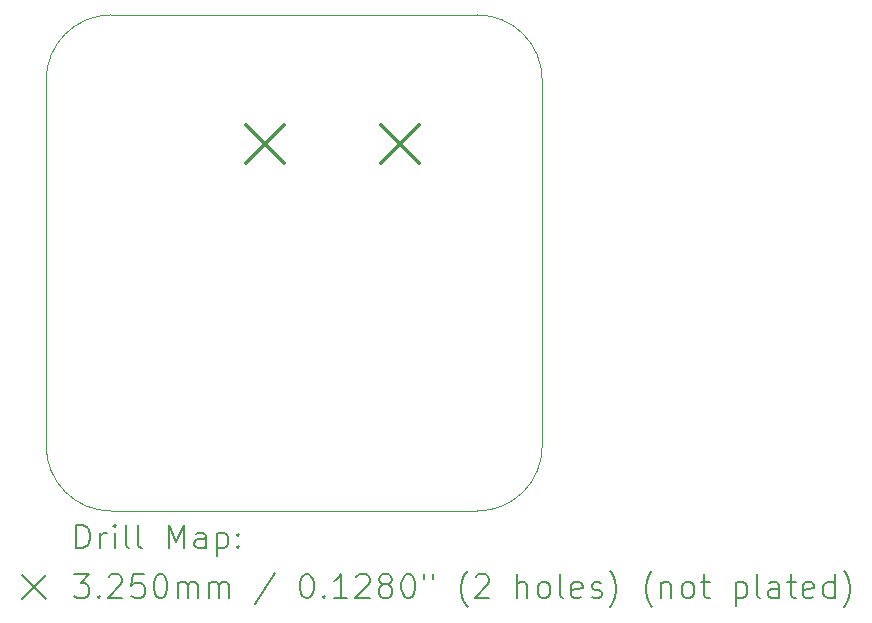
<source format=gbr>
%TF.GenerationSoftware,KiCad,Pcbnew,8.0.3*%
%TF.CreationDate,2024-11-11T17:41:10-05:00*%
%TF.ProjectId,Ethernet HAT,45746865-726e-4657-9420-4841542e6b69,rev?*%
%TF.SameCoordinates,Original*%
%TF.FileFunction,Drillmap*%
%TF.FilePolarity,Positive*%
%FSLAX45Y45*%
G04 Gerber Fmt 4.5, Leading zero omitted, Abs format (unit mm)*
G04 Created by KiCad (PCBNEW 8.0.3) date 2024-11-11 17:41:10*
%MOMM*%
%LPD*%
G01*
G04 APERTURE LIST*
%ADD10C,0.100000*%
%ADD11C,0.200000*%
%ADD12C,0.325000*%
G04 APERTURE END LIST*
D10*
X16550000Y-7900000D02*
G75*
G02*
X17100000Y-8450000I0J-550000D01*
G01*
X13450000Y-12100000D02*
G75*
G02*
X12900000Y-11550000I0J550000D01*
G01*
X12900000Y-11550000D02*
X12900000Y-8450000D01*
X17100000Y-11550000D02*
G75*
G02*
X16550000Y-12100000I-550000J0D01*
G01*
X13450000Y-7900000D02*
X16550000Y-7900000D01*
X17100000Y-8450000D02*
X17100000Y-11550000D01*
X12900000Y-8450000D02*
G75*
G02*
X13450000Y-7900000I550000J0D01*
G01*
X16550000Y-12100000D02*
X13450000Y-12100000D01*
D11*
D12*
X14588500Y-8832500D02*
X14913500Y-9157500D01*
X14913500Y-8832500D02*
X14588500Y-9157500D01*
X15731500Y-8832500D02*
X16056500Y-9157500D01*
X16056500Y-8832500D02*
X15731500Y-9157500D01*
D11*
X13155777Y-12416484D02*
X13155777Y-12216484D01*
X13155777Y-12216484D02*
X13203396Y-12216484D01*
X13203396Y-12216484D02*
X13231967Y-12226008D01*
X13231967Y-12226008D02*
X13251015Y-12245055D01*
X13251015Y-12245055D02*
X13260539Y-12264103D01*
X13260539Y-12264103D02*
X13270062Y-12302198D01*
X13270062Y-12302198D02*
X13270062Y-12330769D01*
X13270062Y-12330769D02*
X13260539Y-12368865D01*
X13260539Y-12368865D02*
X13251015Y-12387912D01*
X13251015Y-12387912D02*
X13231967Y-12406960D01*
X13231967Y-12406960D02*
X13203396Y-12416484D01*
X13203396Y-12416484D02*
X13155777Y-12416484D01*
X13355777Y-12416484D02*
X13355777Y-12283150D01*
X13355777Y-12321246D02*
X13365301Y-12302198D01*
X13365301Y-12302198D02*
X13374824Y-12292674D01*
X13374824Y-12292674D02*
X13393872Y-12283150D01*
X13393872Y-12283150D02*
X13412920Y-12283150D01*
X13479586Y-12416484D02*
X13479586Y-12283150D01*
X13479586Y-12216484D02*
X13470062Y-12226008D01*
X13470062Y-12226008D02*
X13479586Y-12235531D01*
X13479586Y-12235531D02*
X13489110Y-12226008D01*
X13489110Y-12226008D02*
X13479586Y-12216484D01*
X13479586Y-12216484D02*
X13479586Y-12235531D01*
X13603396Y-12416484D02*
X13584348Y-12406960D01*
X13584348Y-12406960D02*
X13574824Y-12387912D01*
X13574824Y-12387912D02*
X13574824Y-12216484D01*
X13708158Y-12416484D02*
X13689110Y-12406960D01*
X13689110Y-12406960D02*
X13679586Y-12387912D01*
X13679586Y-12387912D02*
X13679586Y-12216484D01*
X13936729Y-12416484D02*
X13936729Y-12216484D01*
X13936729Y-12216484D02*
X14003396Y-12359341D01*
X14003396Y-12359341D02*
X14070062Y-12216484D01*
X14070062Y-12216484D02*
X14070062Y-12416484D01*
X14251015Y-12416484D02*
X14251015Y-12311722D01*
X14251015Y-12311722D02*
X14241491Y-12292674D01*
X14241491Y-12292674D02*
X14222443Y-12283150D01*
X14222443Y-12283150D02*
X14184348Y-12283150D01*
X14184348Y-12283150D02*
X14165301Y-12292674D01*
X14251015Y-12406960D02*
X14231967Y-12416484D01*
X14231967Y-12416484D02*
X14184348Y-12416484D01*
X14184348Y-12416484D02*
X14165301Y-12406960D01*
X14165301Y-12406960D02*
X14155777Y-12387912D01*
X14155777Y-12387912D02*
X14155777Y-12368865D01*
X14155777Y-12368865D02*
X14165301Y-12349817D01*
X14165301Y-12349817D02*
X14184348Y-12340293D01*
X14184348Y-12340293D02*
X14231967Y-12340293D01*
X14231967Y-12340293D02*
X14251015Y-12330769D01*
X14346253Y-12283150D02*
X14346253Y-12483150D01*
X14346253Y-12292674D02*
X14365301Y-12283150D01*
X14365301Y-12283150D02*
X14403396Y-12283150D01*
X14403396Y-12283150D02*
X14422443Y-12292674D01*
X14422443Y-12292674D02*
X14431967Y-12302198D01*
X14431967Y-12302198D02*
X14441491Y-12321246D01*
X14441491Y-12321246D02*
X14441491Y-12378388D01*
X14441491Y-12378388D02*
X14431967Y-12397436D01*
X14431967Y-12397436D02*
X14422443Y-12406960D01*
X14422443Y-12406960D02*
X14403396Y-12416484D01*
X14403396Y-12416484D02*
X14365301Y-12416484D01*
X14365301Y-12416484D02*
X14346253Y-12406960D01*
X14527205Y-12397436D02*
X14536729Y-12406960D01*
X14536729Y-12406960D02*
X14527205Y-12416484D01*
X14527205Y-12416484D02*
X14517682Y-12406960D01*
X14517682Y-12406960D02*
X14527205Y-12397436D01*
X14527205Y-12397436D02*
X14527205Y-12416484D01*
X14527205Y-12292674D02*
X14536729Y-12302198D01*
X14536729Y-12302198D02*
X14527205Y-12311722D01*
X14527205Y-12311722D02*
X14517682Y-12302198D01*
X14517682Y-12302198D02*
X14527205Y-12292674D01*
X14527205Y-12292674D02*
X14527205Y-12311722D01*
X12695000Y-12645000D02*
X12895000Y-12845000D01*
X12895000Y-12645000D02*
X12695000Y-12845000D01*
X13136729Y-12636484D02*
X13260539Y-12636484D01*
X13260539Y-12636484D02*
X13193872Y-12712674D01*
X13193872Y-12712674D02*
X13222443Y-12712674D01*
X13222443Y-12712674D02*
X13241491Y-12722198D01*
X13241491Y-12722198D02*
X13251015Y-12731722D01*
X13251015Y-12731722D02*
X13260539Y-12750769D01*
X13260539Y-12750769D02*
X13260539Y-12798388D01*
X13260539Y-12798388D02*
X13251015Y-12817436D01*
X13251015Y-12817436D02*
X13241491Y-12826960D01*
X13241491Y-12826960D02*
X13222443Y-12836484D01*
X13222443Y-12836484D02*
X13165301Y-12836484D01*
X13165301Y-12836484D02*
X13146253Y-12826960D01*
X13146253Y-12826960D02*
X13136729Y-12817436D01*
X13346253Y-12817436D02*
X13355777Y-12826960D01*
X13355777Y-12826960D02*
X13346253Y-12836484D01*
X13346253Y-12836484D02*
X13336729Y-12826960D01*
X13336729Y-12826960D02*
X13346253Y-12817436D01*
X13346253Y-12817436D02*
X13346253Y-12836484D01*
X13431967Y-12655531D02*
X13441491Y-12646008D01*
X13441491Y-12646008D02*
X13460539Y-12636484D01*
X13460539Y-12636484D02*
X13508158Y-12636484D01*
X13508158Y-12636484D02*
X13527205Y-12646008D01*
X13527205Y-12646008D02*
X13536729Y-12655531D01*
X13536729Y-12655531D02*
X13546253Y-12674579D01*
X13546253Y-12674579D02*
X13546253Y-12693627D01*
X13546253Y-12693627D02*
X13536729Y-12722198D01*
X13536729Y-12722198D02*
X13422443Y-12836484D01*
X13422443Y-12836484D02*
X13546253Y-12836484D01*
X13727205Y-12636484D02*
X13631967Y-12636484D01*
X13631967Y-12636484D02*
X13622443Y-12731722D01*
X13622443Y-12731722D02*
X13631967Y-12722198D01*
X13631967Y-12722198D02*
X13651015Y-12712674D01*
X13651015Y-12712674D02*
X13698634Y-12712674D01*
X13698634Y-12712674D02*
X13717682Y-12722198D01*
X13717682Y-12722198D02*
X13727205Y-12731722D01*
X13727205Y-12731722D02*
X13736729Y-12750769D01*
X13736729Y-12750769D02*
X13736729Y-12798388D01*
X13736729Y-12798388D02*
X13727205Y-12817436D01*
X13727205Y-12817436D02*
X13717682Y-12826960D01*
X13717682Y-12826960D02*
X13698634Y-12836484D01*
X13698634Y-12836484D02*
X13651015Y-12836484D01*
X13651015Y-12836484D02*
X13631967Y-12826960D01*
X13631967Y-12826960D02*
X13622443Y-12817436D01*
X13860539Y-12636484D02*
X13879586Y-12636484D01*
X13879586Y-12636484D02*
X13898634Y-12646008D01*
X13898634Y-12646008D02*
X13908158Y-12655531D01*
X13908158Y-12655531D02*
X13917682Y-12674579D01*
X13917682Y-12674579D02*
X13927205Y-12712674D01*
X13927205Y-12712674D02*
X13927205Y-12760293D01*
X13927205Y-12760293D02*
X13917682Y-12798388D01*
X13917682Y-12798388D02*
X13908158Y-12817436D01*
X13908158Y-12817436D02*
X13898634Y-12826960D01*
X13898634Y-12826960D02*
X13879586Y-12836484D01*
X13879586Y-12836484D02*
X13860539Y-12836484D01*
X13860539Y-12836484D02*
X13841491Y-12826960D01*
X13841491Y-12826960D02*
X13831967Y-12817436D01*
X13831967Y-12817436D02*
X13822443Y-12798388D01*
X13822443Y-12798388D02*
X13812920Y-12760293D01*
X13812920Y-12760293D02*
X13812920Y-12712674D01*
X13812920Y-12712674D02*
X13822443Y-12674579D01*
X13822443Y-12674579D02*
X13831967Y-12655531D01*
X13831967Y-12655531D02*
X13841491Y-12646008D01*
X13841491Y-12646008D02*
X13860539Y-12636484D01*
X14012920Y-12836484D02*
X14012920Y-12703150D01*
X14012920Y-12722198D02*
X14022443Y-12712674D01*
X14022443Y-12712674D02*
X14041491Y-12703150D01*
X14041491Y-12703150D02*
X14070063Y-12703150D01*
X14070063Y-12703150D02*
X14089110Y-12712674D01*
X14089110Y-12712674D02*
X14098634Y-12731722D01*
X14098634Y-12731722D02*
X14098634Y-12836484D01*
X14098634Y-12731722D02*
X14108158Y-12712674D01*
X14108158Y-12712674D02*
X14127205Y-12703150D01*
X14127205Y-12703150D02*
X14155777Y-12703150D01*
X14155777Y-12703150D02*
X14174824Y-12712674D01*
X14174824Y-12712674D02*
X14184348Y-12731722D01*
X14184348Y-12731722D02*
X14184348Y-12836484D01*
X14279586Y-12836484D02*
X14279586Y-12703150D01*
X14279586Y-12722198D02*
X14289110Y-12712674D01*
X14289110Y-12712674D02*
X14308158Y-12703150D01*
X14308158Y-12703150D02*
X14336729Y-12703150D01*
X14336729Y-12703150D02*
X14355777Y-12712674D01*
X14355777Y-12712674D02*
X14365301Y-12731722D01*
X14365301Y-12731722D02*
X14365301Y-12836484D01*
X14365301Y-12731722D02*
X14374824Y-12712674D01*
X14374824Y-12712674D02*
X14393872Y-12703150D01*
X14393872Y-12703150D02*
X14422443Y-12703150D01*
X14422443Y-12703150D02*
X14441491Y-12712674D01*
X14441491Y-12712674D02*
X14451015Y-12731722D01*
X14451015Y-12731722D02*
X14451015Y-12836484D01*
X14841491Y-12626960D02*
X14670063Y-12884103D01*
X15098634Y-12636484D02*
X15117682Y-12636484D01*
X15117682Y-12636484D02*
X15136729Y-12646008D01*
X15136729Y-12646008D02*
X15146253Y-12655531D01*
X15146253Y-12655531D02*
X15155777Y-12674579D01*
X15155777Y-12674579D02*
X15165301Y-12712674D01*
X15165301Y-12712674D02*
X15165301Y-12760293D01*
X15165301Y-12760293D02*
X15155777Y-12798388D01*
X15155777Y-12798388D02*
X15146253Y-12817436D01*
X15146253Y-12817436D02*
X15136729Y-12826960D01*
X15136729Y-12826960D02*
X15117682Y-12836484D01*
X15117682Y-12836484D02*
X15098634Y-12836484D01*
X15098634Y-12836484D02*
X15079586Y-12826960D01*
X15079586Y-12826960D02*
X15070063Y-12817436D01*
X15070063Y-12817436D02*
X15060539Y-12798388D01*
X15060539Y-12798388D02*
X15051015Y-12760293D01*
X15051015Y-12760293D02*
X15051015Y-12712674D01*
X15051015Y-12712674D02*
X15060539Y-12674579D01*
X15060539Y-12674579D02*
X15070063Y-12655531D01*
X15070063Y-12655531D02*
X15079586Y-12646008D01*
X15079586Y-12646008D02*
X15098634Y-12636484D01*
X15251015Y-12817436D02*
X15260539Y-12826960D01*
X15260539Y-12826960D02*
X15251015Y-12836484D01*
X15251015Y-12836484D02*
X15241491Y-12826960D01*
X15241491Y-12826960D02*
X15251015Y-12817436D01*
X15251015Y-12817436D02*
X15251015Y-12836484D01*
X15451015Y-12836484D02*
X15336729Y-12836484D01*
X15393872Y-12836484D02*
X15393872Y-12636484D01*
X15393872Y-12636484D02*
X15374825Y-12665055D01*
X15374825Y-12665055D02*
X15355777Y-12684103D01*
X15355777Y-12684103D02*
X15336729Y-12693627D01*
X15527206Y-12655531D02*
X15536729Y-12646008D01*
X15536729Y-12646008D02*
X15555777Y-12636484D01*
X15555777Y-12636484D02*
X15603396Y-12636484D01*
X15603396Y-12636484D02*
X15622444Y-12646008D01*
X15622444Y-12646008D02*
X15631967Y-12655531D01*
X15631967Y-12655531D02*
X15641491Y-12674579D01*
X15641491Y-12674579D02*
X15641491Y-12693627D01*
X15641491Y-12693627D02*
X15631967Y-12722198D01*
X15631967Y-12722198D02*
X15517682Y-12836484D01*
X15517682Y-12836484D02*
X15641491Y-12836484D01*
X15755777Y-12722198D02*
X15736729Y-12712674D01*
X15736729Y-12712674D02*
X15727206Y-12703150D01*
X15727206Y-12703150D02*
X15717682Y-12684103D01*
X15717682Y-12684103D02*
X15717682Y-12674579D01*
X15717682Y-12674579D02*
X15727206Y-12655531D01*
X15727206Y-12655531D02*
X15736729Y-12646008D01*
X15736729Y-12646008D02*
X15755777Y-12636484D01*
X15755777Y-12636484D02*
X15793872Y-12636484D01*
X15793872Y-12636484D02*
X15812920Y-12646008D01*
X15812920Y-12646008D02*
X15822444Y-12655531D01*
X15822444Y-12655531D02*
X15831967Y-12674579D01*
X15831967Y-12674579D02*
X15831967Y-12684103D01*
X15831967Y-12684103D02*
X15822444Y-12703150D01*
X15822444Y-12703150D02*
X15812920Y-12712674D01*
X15812920Y-12712674D02*
X15793872Y-12722198D01*
X15793872Y-12722198D02*
X15755777Y-12722198D01*
X15755777Y-12722198D02*
X15736729Y-12731722D01*
X15736729Y-12731722D02*
X15727206Y-12741246D01*
X15727206Y-12741246D02*
X15717682Y-12760293D01*
X15717682Y-12760293D02*
X15717682Y-12798388D01*
X15717682Y-12798388D02*
X15727206Y-12817436D01*
X15727206Y-12817436D02*
X15736729Y-12826960D01*
X15736729Y-12826960D02*
X15755777Y-12836484D01*
X15755777Y-12836484D02*
X15793872Y-12836484D01*
X15793872Y-12836484D02*
X15812920Y-12826960D01*
X15812920Y-12826960D02*
X15822444Y-12817436D01*
X15822444Y-12817436D02*
X15831967Y-12798388D01*
X15831967Y-12798388D02*
X15831967Y-12760293D01*
X15831967Y-12760293D02*
X15822444Y-12741246D01*
X15822444Y-12741246D02*
X15812920Y-12731722D01*
X15812920Y-12731722D02*
X15793872Y-12722198D01*
X15955777Y-12636484D02*
X15974825Y-12636484D01*
X15974825Y-12636484D02*
X15993872Y-12646008D01*
X15993872Y-12646008D02*
X16003396Y-12655531D01*
X16003396Y-12655531D02*
X16012920Y-12674579D01*
X16012920Y-12674579D02*
X16022444Y-12712674D01*
X16022444Y-12712674D02*
X16022444Y-12760293D01*
X16022444Y-12760293D02*
X16012920Y-12798388D01*
X16012920Y-12798388D02*
X16003396Y-12817436D01*
X16003396Y-12817436D02*
X15993872Y-12826960D01*
X15993872Y-12826960D02*
X15974825Y-12836484D01*
X15974825Y-12836484D02*
X15955777Y-12836484D01*
X15955777Y-12836484D02*
X15936729Y-12826960D01*
X15936729Y-12826960D02*
X15927206Y-12817436D01*
X15927206Y-12817436D02*
X15917682Y-12798388D01*
X15917682Y-12798388D02*
X15908158Y-12760293D01*
X15908158Y-12760293D02*
X15908158Y-12712674D01*
X15908158Y-12712674D02*
X15917682Y-12674579D01*
X15917682Y-12674579D02*
X15927206Y-12655531D01*
X15927206Y-12655531D02*
X15936729Y-12646008D01*
X15936729Y-12646008D02*
X15955777Y-12636484D01*
X16098634Y-12636484D02*
X16098634Y-12674579D01*
X16174825Y-12636484D02*
X16174825Y-12674579D01*
X16470063Y-12912674D02*
X16460539Y-12903150D01*
X16460539Y-12903150D02*
X16441491Y-12874579D01*
X16441491Y-12874579D02*
X16431968Y-12855531D01*
X16431968Y-12855531D02*
X16422444Y-12826960D01*
X16422444Y-12826960D02*
X16412920Y-12779341D01*
X16412920Y-12779341D02*
X16412920Y-12741246D01*
X16412920Y-12741246D02*
X16422444Y-12693627D01*
X16422444Y-12693627D02*
X16431968Y-12665055D01*
X16431968Y-12665055D02*
X16441491Y-12646008D01*
X16441491Y-12646008D02*
X16460539Y-12617436D01*
X16460539Y-12617436D02*
X16470063Y-12607912D01*
X16536729Y-12655531D02*
X16546253Y-12646008D01*
X16546253Y-12646008D02*
X16565301Y-12636484D01*
X16565301Y-12636484D02*
X16612920Y-12636484D01*
X16612920Y-12636484D02*
X16631968Y-12646008D01*
X16631968Y-12646008D02*
X16641491Y-12655531D01*
X16641491Y-12655531D02*
X16651015Y-12674579D01*
X16651015Y-12674579D02*
X16651015Y-12693627D01*
X16651015Y-12693627D02*
X16641491Y-12722198D01*
X16641491Y-12722198D02*
X16527206Y-12836484D01*
X16527206Y-12836484D02*
X16651015Y-12836484D01*
X16889111Y-12836484D02*
X16889111Y-12636484D01*
X16974825Y-12836484D02*
X16974825Y-12731722D01*
X16974825Y-12731722D02*
X16965301Y-12712674D01*
X16965301Y-12712674D02*
X16946253Y-12703150D01*
X16946253Y-12703150D02*
X16917682Y-12703150D01*
X16917682Y-12703150D02*
X16898634Y-12712674D01*
X16898634Y-12712674D02*
X16889111Y-12722198D01*
X17098634Y-12836484D02*
X17079587Y-12826960D01*
X17079587Y-12826960D02*
X17070063Y-12817436D01*
X17070063Y-12817436D02*
X17060539Y-12798388D01*
X17060539Y-12798388D02*
X17060539Y-12741246D01*
X17060539Y-12741246D02*
X17070063Y-12722198D01*
X17070063Y-12722198D02*
X17079587Y-12712674D01*
X17079587Y-12712674D02*
X17098634Y-12703150D01*
X17098634Y-12703150D02*
X17127206Y-12703150D01*
X17127206Y-12703150D02*
X17146253Y-12712674D01*
X17146253Y-12712674D02*
X17155777Y-12722198D01*
X17155777Y-12722198D02*
X17165301Y-12741246D01*
X17165301Y-12741246D02*
X17165301Y-12798388D01*
X17165301Y-12798388D02*
X17155777Y-12817436D01*
X17155777Y-12817436D02*
X17146253Y-12826960D01*
X17146253Y-12826960D02*
X17127206Y-12836484D01*
X17127206Y-12836484D02*
X17098634Y-12836484D01*
X17279587Y-12836484D02*
X17260539Y-12826960D01*
X17260539Y-12826960D02*
X17251015Y-12807912D01*
X17251015Y-12807912D02*
X17251015Y-12636484D01*
X17431968Y-12826960D02*
X17412920Y-12836484D01*
X17412920Y-12836484D02*
X17374825Y-12836484D01*
X17374825Y-12836484D02*
X17355777Y-12826960D01*
X17355777Y-12826960D02*
X17346253Y-12807912D01*
X17346253Y-12807912D02*
X17346253Y-12731722D01*
X17346253Y-12731722D02*
X17355777Y-12712674D01*
X17355777Y-12712674D02*
X17374825Y-12703150D01*
X17374825Y-12703150D02*
X17412920Y-12703150D01*
X17412920Y-12703150D02*
X17431968Y-12712674D01*
X17431968Y-12712674D02*
X17441492Y-12731722D01*
X17441492Y-12731722D02*
X17441492Y-12750769D01*
X17441492Y-12750769D02*
X17346253Y-12769817D01*
X17517682Y-12826960D02*
X17536730Y-12836484D01*
X17536730Y-12836484D02*
X17574825Y-12836484D01*
X17574825Y-12836484D02*
X17593873Y-12826960D01*
X17593873Y-12826960D02*
X17603396Y-12807912D01*
X17603396Y-12807912D02*
X17603396Y-12798388D01*
X17603396Y-12798388D02*
X17593873Y-12779341D01*
X17593873Y-12779341D02*
X17574825Y-12769817D01*
X17574825Y-12769817D02*
X17546253Y-12769817D01*
X17546253Y-12769817D02*
X17527206Y-12760293D01*
X17527206Y-12760293D02*
X17517682Y-12741246D01*
X17517682Y-12741246D02*
X17517682Y-12731722D01*
X17517682Y-12731722D02*
X17527206Y-12712674D01*
X17527206Y-12712674D02*
X17546253Y-12703150D01*
X17546253Y-12703150D02*
X17574825Y-12703150D01*
X17574825Y-12703150D02*
X17593873Y-12712674D01*
X17670063Y-12912674D02*
X17679587Y-12903150D01*
X17679587Y-12903150D02*
X17698634Y-12874579D01*
X17698634Y-12874579D02*
X17708158Y-12855531D01*
X17708158Y-12855531D02*
X17717682Y-12826960D01*
X17717682Y-12826960D02*
X17727206Y-12779341D01*
X17727206Y-12779341D02*
X17727206Y-12741246D01*
X17727206Y-12741246D02*
X17717682Y-12693627D01*
X17717682Y-12693627D02*
X17708158Y-12665055D01*
X17708158Y-12665055D02*
X17698634Y-12646008D01*
X17698634Y-12646008D02*
X17679587Y-12617436D01*
X17679587Y-12617436D02*
X17670063Y-12607912D01*
X18031968Y-12912674D02*
X18022444Y-12903150D01*
X18022444Y-12903150D02*
X18003396Y-12874579D01*
X18003396Y-12874579D02*
X17993873Y-12855531D01*
X17993873Y-12855531D02*
X17984349Y-12826960D01*
X17984349Y-12826960D02*
X17974825Y-12779341D01*
X17974825Y-12779341D02*
X17974825Y-12741246D01*
X17974825Y-12741246D02*
X17984349Y-12693627D01*
X17984349Y-12693627D02*
X17993873Y-12665055D01*
X17993873Y-12665055D02*
X18003396Y-12646008D01*
X18003396Y-12646008D02*
X18022444Y-12617436D01*
X18022444Y-12617436D02*
X18031968Y-12607912D01*
X18108158Y-12703150D02*
X18108158Y-12836484D01*
X18108158Y-12722198D02*
X18117682Y-12712674D01*
X18117682Y-12712674D02*
X18136730Y-12703150D01*
X18136730Y-12703150D02*
X18165301Y-12703150D01*
X18165301Y-12703150D02*
X18184349Y-12712674D01*
X18184349Y-12712674D02*
X18193873Y-12731722D01*
X18193873Y-12731722D02*
X18193873Y-12836484D01*
X18317682Y-12836484D02*
X18298634Y-12826960D01*
X18298634Y-12826960D02*
X18289111Y-12817436D01*
X18289111Y-12817436D02*
X18279587Y-12798388D01*
X18279587Y-12798388D02*
X18279587Y-12741246D01*
X18279587Y-12741246D02*
X18289111Y-12722198D01*
X18289111Y-12722198D02*
X18298634Y-12712674D01*
X18298634Y-12712674D02*
X18317682Y-12703150D01*
X18317682Y-12703150D02*
X18346254Y-12703150D01*
X18346254Y-12703150D02*
X18365301Y-12712674D01*
X18365301Y-12712674D02*
X18374825Y-12722198D01*
X18374825Y-12722198D02*
X18384349Y-12741246D01*
X18384349Y-12741246D02*
X18384349Y-12798388D01*
X18384349Y-12798388D02*
X18374825Y-12817436D01*
X18374825Y-12817436D02*
X18365301Y-12826960D01*
X18365301Y-12826960D02*
X18346254Y-12836484D01*
X18346254Y-12836484D02*
X18317682Y-12836484D01*
X18441492Y-12703150D02*
X18517682Y-12703150D01*
X18470063Y-12636484D02*
X18470063Y-12807912D01*
X18470063Y-12807912D02*
X18479587Y-12826960D01*
X18479587Y-12826960D02*
X18498634Y-12836484D01*
X18498634Y-12836484D02*
X18517682Y-12836484D01*
X18736730Y-12703150D02*
X18736730Y-12903150D01*
X18736730Y-12712674D02*
X18755777Y-12703150D01*
X18755777Y-12703150D02*
X18793873Y-12703150D01*
X18793873Y-12703150D02*
X18812920Y-12712674D01*
X18812920Y-12712674D02*
X18822444Y-12722198D01*
X18822444Y-12722198D02*
X18831968Y-12741246D01*
X18831968Y-12741246D02*
X18831968Y-12798388D01*
X18831968Y-12798388D02*
X18822444Y-12817436D01*
X18822444Y-12817436D02*
X18812920Y-12826960D01*
X18812920Y-12826960D02*
X18793873Y-12836484D01*
X18793873Y-12836484D02*
X18755777Y-12836484D01*
X18755777Y-12836484D02*
X18736730Y-12826960D01*
X18946254Y-12836484D02*
X18927206Y-12826960D01*
X18927206Y-12826960D02*
X18917682Y-12807912D01*
X18917682Y-12807912D02*
X18917682Y-12636484D01*
X19108158Y-12836484D02*
X19108158Y-12731722D01*
X19108158Y-12731722D02*
X19098635Y-12712674D01*
X19098635Y-12712674D02*
X19079587Y-12703150D01*
X19079587Y-12703150D02*
X19041492Y-12703150D01*
X19041492Y-12703150D02*
X19022444Y-12712674D01*
X19108158Y-12826960D02*
X19089111Y-12836484D01*
X19089111Y-12836484D02*
X19041492Y-12836484D01*
X19041492Y-12836484D02*
X19022444Y-12826960D01*
X19022444Y-12826960D02*
X19012920Y-12807912D01*
X19012920Y-12807912D02*
X19012920Y-12788865D01*
X19012920Y-12788865D02*
X19022444Y-12769817D01*
X19022444Y-12769817D02*
X19041492Y-12760293D01*
X19041492Y-12760293D02*
X19089111Y-12760293D01*
X19089111Y-12760293D02*
X19108158Y-12750769D01*
X19174825Y-12703150D02*
X19251015Y-12703150D01*
X19203396Y-12636484D02*
X19203396Y-12807912D01*
X19203396Y-12807912D02*
X19212920Y-12826960D01*
X19212920Y-12826960D02*
X19231968Y-12836484D01*
X19231968Y-12836484D02*
X19251015Y-12836484D01*
X19393873Y-12826960D02*
X19374825Y-12836484D01*
X19374825Y-12836484D02*
X19336730Y-12836484D01*
X19336730Y-12836484D02*
X19317682Y-12826960D01*
X19317682Y-12826960D02*
X19308158Y-12807912D01*
X19308158Y-12807912D02*
X19308158Y-12731722D01*
X19308158Y-12731722D02*
X19317682Y-12712674D01*
X19317682Y-12712674D02*
X19336730Y-12703150D01*
X19336730Y-12703150D02*
X19374825Y-12703150D01*
X19374825Y-12703150D02*
X19393873Y-12712674D01*
X19393873Y-12712674D02*
X19403396Y-12731722D01*
X19403396Y-12731722D02*
X19403396Y-12750769D01*
X19403396Y-12750769D02*
X19308158Y-12769817D01*
X19574825Y-12836484D02*
X19574825Y-12636484D01*
X19574825Y-12826960D02*
X19555777Y-12836484D01*
X19555777Y-12836484D02*
X19517682Y-12836484D01*
X19517682Y-12836484D02*
X19498635Y-12826960D01*
X19498635Y-12826960D02*
X19489111Y-12817436D01*
X19489111Y-12817436D02*
X19479587Y-12798388D01*
X19479587Y-12798388D02*
X19479587Y-12741246D01*
X19479587Y-12741246D02*
X19489111Y-12722198D01*
X19489111Y-12722198D02*
X19498635Y-12712674D01*
X19498635Y-12712674D02*
X19517682Y-12703150D01*
X19517682Y-12703150D02*
X19555777Y-12703150D01*
X19555777Y-12703150D02*
X19574825Y-12712674D01*
X19651016Y-12912674D02*
X19660539Y-12903150D01*
X19660539Y-12903150D02*
X19679587Y-12874579D01*
X19679587Y-12874579D02*
X19689111Y-12855531D01*
X19689111Y-12855531D02*
X19698635Y-12826960D01*
X19698635Y-12826960D02*
X19708158Y-12779341D01*
X19708158Y-12779341D02*
X19708158Y-12741246D01*
X19708158Y-12741246D02*
X19698635Y-12693627D01*
X19698635Y-12693627D02*
X19689111Y-12665055D01*
X19689111Y-12665055D02*
X19679587Y-12646008D01*
X19679587Y-12646008D02*
X19660539Y-12617436D01*
X19660539Y-12617436D02*
X19651016Y-12607912D01*
M02*

</source>
